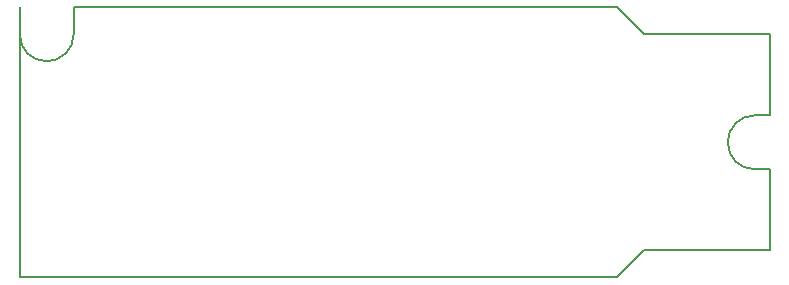
<source format=gbr>
G04 #@! TF.FileFunction,Profile,NP*
%FSLAX46Y46*%
G04 Gerber Fmt 4.6, Leading zero omitted, Abs format (unit mm)*
G04 Created by KiCad (PCBNEW 4.0.2-4+6225~38~ubuntu14.04.1-stable) date Sat 05 Mar 2016 20:24:40 CET*
%MOMM*%
G01*
G04 APERTURE LIST*
%ADD10C,0.100000*%
%ADD11C,0.150000*%
G04 APERTURE END LIST*
D10*
D11*
X191262000Y-109220000D02*
X191262000Y-116078000D01*
X191262000Y-104648000D02*
X191262000Y-97790000D01*
X180594000Y-116078000D02*
X191262000Y-116078000D01*
X178308000Y-118364000D02*
X180594000Y-116078000D01*
X180594000Y-97790000D02*
X191262000Y-97790000D01*
X178308000Y-95504000D02*
X180594000Y-97790000D01*
X189992000Y-104648000D02*
G75*
G03X187706000Y-106934000I0J-2286000D01*
G01*
X187706000Y-106934000D02*
G75*
G03X189992000Y-109220000I2286000J0D01*
G01*
X189992000Y-109220000D02*
X191262000Y-109220000D01*
X189992000Y-104648000D02*
X191262000Y-104648000D01*
X127762000Y-118364000D02*
X127762000Y-95504000D01*
X132334000Y-95504000D02*
X178308000Y-95504000D01*
X127762000Y-97790000D02*
G75*
G03X130048000Y-100076000I2286000J0D01*
G01*
X130048000Y-100076000D02*
G75*
G03X132334000Y-97790000I0J2286000D01*
G01*
X127762000Y-95504000D02*
X127762000Y-97790000D01*
X132334000Y-97790000D02*
X132334000Y-95504000D01*
X178308000Y-118364000D02*
X127762000Y-118364000D01*
M02*

</source>
